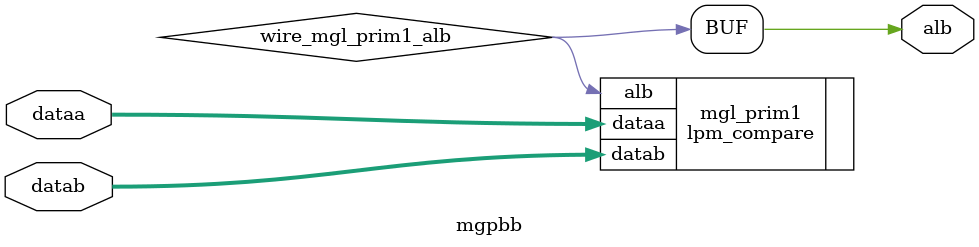
<source format=v>






//synthesis_resources = lpm_compare 1 
//synopsys translate_off
`timescale 1 ps / 1 ps
//synopsys translate_on
module  mgpbb
	( 
	alb,
	dataa,
	datab) /* synthesis synthesis_clearbox=1 */;
	output   alb;
	input   [9:0]  dataa;
	input   [9:0]  datab;

	wire  wire_mgl_prim1_alb;

	lpm_compare   mgl_prim1
	( 
	.alb(wire_mgl_prim1_alb),
	.dataa(dataa),
	.datab(datab));
	defparam
		mgl_prim1.lpm_representation = "UNSIGNED",
		mgl_prim1.lpm_type = "LPM_COMPARE",
		mgl_prim1.lpm_width = 10;
	assign
		alb = wire_mgl_prim1_alb;
endmodule //mgpbb
//VALID FILE

</source>
